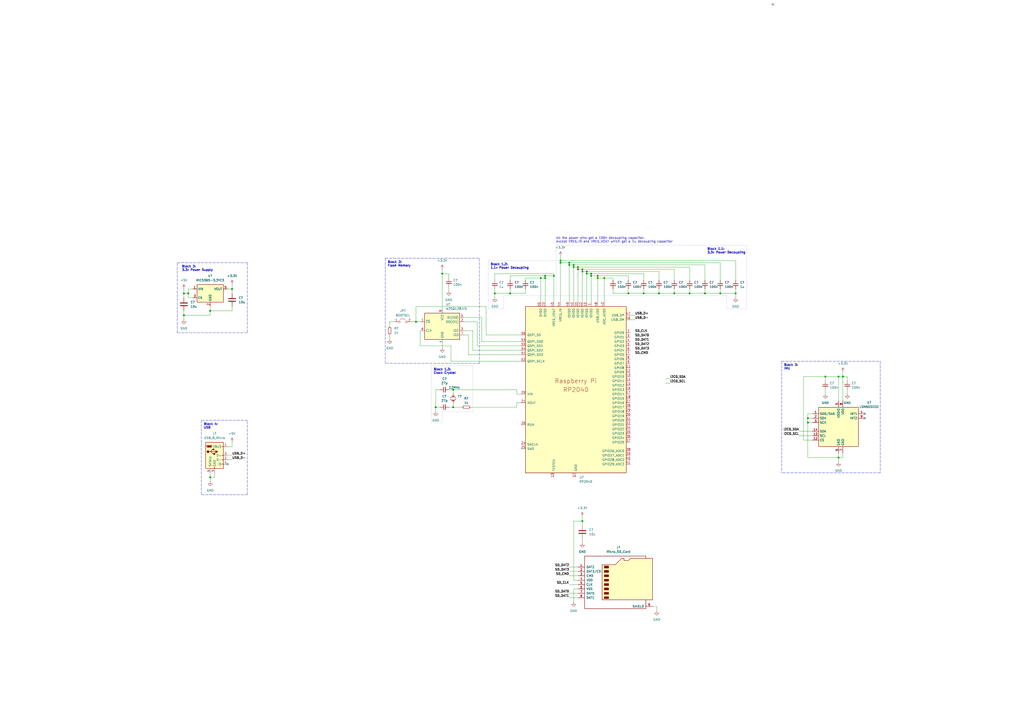
<source format=kicad_sch>
(kicad_sch (version 20211123) (generator eeschema)
  (paper "A2")
  (title_block (title "Ms Baker Prototype") (date "2022-08-14") (rev "3"))
  (lib_symbols
    (symbol "Connector:Micro_SD_Card" (pin_names (offset 1.016))
      (property "Reference" "J" (at -16.51 15.24 0))
      (property "Value" "Micro_SD_Card" (at 16.51 15.24 0))
      (symbol "Micro_SD_Card_0_1"
        (rectangle (start -7.62 -9.525) (end -5.08 -10.795) (fill (type outline)))
        (rectangle (start -7.62 -6.985) (end -5.08 -8.255) (fill (type outline)))
        (rectangle (start -7.62 -4.445) (end -5.08 -5.715) (fill (type outline)))
        (rectangle (start -7.62 -1.905) (end -5.08 -3.175) (fill (type outline)))
        (rectangle (start -7.62 0.635) (end -5.08 -0.635) (fill (type outline)))
        (rectangle (start -7.62 3.175) (end -5.08 1.905) (fill (type outline)))
        (rectangle (start -7.62 5.715) (end -5.08 4.445) (fill (type outline)))
        (rectangle (start -7.62 8.255) (end -5.08 6.985) (fill (type outline)))
        (polyline (pts (xy 16.51 12.7) (xy 16.51 13.97) (xy -19.05 13.97) (xy -19.05 -16.51) (xy 16.51 -16.51) (xy 16.51 -11.43)) (stroke (width 0.254)))
        (polyline (pts (xy -8.89 -11.43) (xy -8.89 8.89) (xy -1.27 8.89) (xy 2.54 12.7) (xy 3.81 12.7) (xy 3.81 11.43) (xy 6.35 11.43) (xy 7.62 12.7) (xy 20.32 12.7) (xy 20.32 -11.43) (xy -8.89 -11.43)) (stroke (width 0.254)) (fill (type background)))
      )
      (symbol "Micro_SD_Card_1_1"
        (pin bidirectional line (at -22.86 7.62 0) (length 3.81) (name "DAT2") (number "1"))
        (pin bidirectional line (at -22.86 5.08 0) (length 3.81) (name "DAT3/CD") (number "2"))
        (pin input line (at -22.86 2.54 0) (length 3.81) (name "CMD") (number "3"))
        (pin power_in line (at -22.86 0 0) (length 3.81) (name "VDD") (number "4"))
        (pin input line (at -22.86 -2.54 0) (length 3.81) (name "CLK") (number "5"))
        (pin power_in line (at -22.86 -5.08 0) (length 3.81) (name "VSS") (number "6"))
        (pin bidirectional line (at -22.86 -7.62 0) (length 3.81) (name "DAT0") (number "7"))
        (pin bidirectional line (at -22.86 -10.16 0) (length 3.81) (name "DAT1") (number "8"))
        (pin passive line (at 20.32 -15.24 180) (length 3.81) (name "SHIELD") (number "9"))
      )
    )
    (symbol "Connector:USB_B_Micro" (pin_names (offset 1.016))
      (property "Reference" "J" (at -5.08 11.43 0))
      (property "Value" "USB_B_Micro" (at -5.08 8.89 0))
      (symbol "USB_B_Micro_0_1"
        (rectangle (start -5.08 -7.62) (end 5.08 7.62) (stroke (width 0.254)) (fill (type background)))
        (circle (center -3.81 2.159) (radius 0.635) (stroke (width 0.254)) (fill (type outline)))
        (circle (center -0.635 3.429) (radius 0.381) (stroke (width 0.254)) (fill (type outline)))
        (rectangle (start -0.127 -7.62) (end 0.127 -6.858))
        (polyline (pts (xy -1.905 2.159) (xy 0.635 2.159)) (stroke (width 0.254)))
        (polyline (pts (xy -3.175 2.159) (xy -2.54 2.159) (xy -1.27 3.429) (xy -0.635 3.429)) (stroke (width 0.254)))
        (polyline (pts (xy -2.54 2.159) (xy -1.905 2.159) (xy -1.27 0.889) (xy 0 0.889)) (stroke (width 0.254)))
        (polyline (pts (xy 0.635 2.794) (xy 0.635 1.524) (xy 1.905 2.159) (xy 0.635 2.794)) (stroke (width 0.254)) (fill (type outline)))
        (polyline (pts (xy -4.318 5.588) (xy -1.778 5.588) (xy -2.032 4.826) (xy -4.064 4.826) (xy -4.318 5.588)) (fill (type outline)))
        (polyline (pts (xy -4.699 5.842) (xy -4.699 5.588) (xy -4.445 4.826) (xy -4.445 4.572) (xy -1.651 4.572) (xy -1.651 4.826) (xy -1.397 5.588) (xy -1.397 5.842) (xy -4.699 5.842)))
        (rectangle (start 0.254 1.27) (end -0.508 0.508) (stroke (width 0.254)) (fill (type outline)))
        (rectangle (start 5.08 -5.207) (end 4.318 -4.953))
        (rectangle (start 5.08 -2.667) (end 4.318 -2.413))
        (rectangle (start 5.08 -0.127) (end 4.318 0.127))
        (rectangle (start 5.08 4.953) (end 4.318 5.207))
      )
      (symbol "USB_B_Micro_1_1"
        (pin power_out line (at 7.62 5.08 180) (length 2.54) (name "VBUS") (number "1"))
        (pin bidirectional line (at 7.62 -2.54 180) (length 2.54) (name "D-") (number "2"))
        (pin bidirectional line (at 7.62 0 180) (length 2.54) (name "D+") (number "3"))
        (pin passive line (at 7.62 -5.08 180) (length 2.54) (name "ID") (number "4"))
        (pin power_out line (at 0 -10.16 90) (length 2.54) (name "GND") (number "5"))
        (pin passive line (at -2.54 -10.16 90) (length 2.54) (name "Shield") (number "6"))
      )
    )
    (symbol "Device:C" (pin_numbers hide) (pin_names (offset 0.254))
      (property "Reference" "C" (at 0.635 2.54 0))
      (property "Value" "C" (at 0.635 -2.54 0))
      (symbol "C_0_1"
        (polyline (pts (xy -2.032 -0.762) (xy 2.032 -0.762)) (stroke (width 0.508)))
        (polyline (pts (xy -2.032 0.762) (xy 2.032 0.762)) (stroke (width 0.508)))
      )
      (symbol "C_1_1"
        (pin passive line (at 0 3.81 270) (length 2.794) (name "~") (number "1"))
        (pin passive line (at 0 -3.81 90) (length 2.794) (name "~") (number "2"))
      )
    )
    (symbol "Device:C_Small" (pin_numbers hide) (pin_names (offset 0.254) hide)
      (property "Reference" "C" (at 0.254 1.778 0))
      (property "Value" "C_Small" (at 0.254 -2.032 0))
      (symbol "C_Small_0_1"
        (polyline (pts (xy -1.524 -0.508) (xy 1.524 -0.508)) (stroke (width 0.3302)))
        (polyline (pts (xy -1.524 0.508) (xy 1.524 0.508)) (stroke (width 0.3048)))
      )
      (symbol "C_Small_1_1"
        (pin passive line (at 0 2.54 270) (length 2.032) (name "~") (number "1"))
        (pin passive line (at 0 -2.54 90) (length 2.032) (name "~") (number "2"))
      )
    )
    (symbol "Device:Crystal_Small" (pin_numbers hide) (pin_names (offset 1.016) hide)
      (property "Reference" "Y" (at 0 2.54 0))
      (property "Value" "Crystal_Small" (at 0 -2.54 0))
      (symbol "Crystal_Small_0_1"
        (rectangle (start -0.762 -1.524) (end 0.762 1.524))
        (polyline (pts (xy -1.27 -0.762) (xy -1.27 0.762)) (stroke (width 0.381)))
        (polyline (pts (xy 1.27 -0.762) (xy 1.27 0.762)) (stroke (width 0.381)))
      )
      (symbol "Crystal_Small_1_1"
        (pin passive line (at -2.54 0 0) (length 1.27) (name "1") (number "1"))
        (pin passive line (at 2.54 0 180) (length 1.27) (name "2") (number "2"))
      )
    )
    (symbol "Device:R_Small" (pin_numbers hide) (pin_names (offset 0.254) hide)
      (property "Reference" "R" (at 0.762 0.508 0))
      (property "Value" "R_Small" (at 0.762 -1.016 0))
      (symbol "R_Small_0_1"
        (rectangle (start -0.762 1.778) (end 0.762 -1.778) (stroke (width 0.2032)))
      )
      (symbol "R_Small_1_1"
        (pin passive line (at 0 2.54 270) (length 0.762) (name "~") (number "1"))
        (pin passive line (at 0 -2.54 90) (length 0.762) (name "~") (number "2"))
      )
    )
    (symbol "Jumper:Jumper_2_Open" (pin_names (offset 0) hide)
      (property "Reference" "JP" (at 0 2.794 0))
      (property "Value" "Jumper_2_Open" (at 0 -2.286 0))
      (symbol "Jumper_2_Open_0_0"
        (circle (center -2.032 0) (radius 0.508))
        (circle (center 2.032 0) (radius 0.508))
      )
      (symbol "Jumper_2_Open_0_1"
        (arc (start 1.524 1.27) (mid 0 1.778) (end -1.524 1.27))
      )
      (symbol "Jumper_2_Open_1_1"
        (pin passive line (at -5.08 0 0) (length 2.54) (name "A") (number "1"))
        (pin passive line (at 5.08 0 180) (length 2.54) (name "B") (number "2"))
      )
    )
    (symbol "Memory_Flash:W25Q128JVS"
      (property "Reference" "U" (at -8.89 8.89 0))
      (property "Value" "W25Q128JVS" (at 7.62 8.89 0))
      (symbol "W25Q128JVS_0_1"
        (rectangle (start -10.16 7.62) (end 10.16 -7.62) (stroke (width 0.254)) (fill (type background)))
      )
      (symbol "W25Q128JVS_1_1"
        (pin input line (at -12.7 2.54 0) (length 2.54) (name "~{CS}") (number "1"))
        (pin bidirectional line (at 12.7 2.54 180) (length 2.54) (name "DO(IO1)") (number "2"))
        (pin bidirectional line (at 12.7 -2.54 180) (length 2.54) (name "IO2") (number "3"))
        (pin power_in line (at 0 -10.16 90) (length 2.54) (name "GND") (number "4"))
        (pin bidirectional line (at 12.7 5.08 180) (length 2.54) (name "DI(IO0)") (number "5"))
        (pin input line (at -12.7 -2.54 0) (length 2.54) (name "CLK") (number "6"))
        (pin bidirectional line (at 12.7 -5.08 180) (length 2.54) (name "IO3") (number "7"))
        (pin power_in line (at 0 10.16 270) (length 2.54) (name "VCC") (number "8"))
      )
    )
    (symbol "Regulator_Linear:MIC5365-3.3YC5"
      (property "Reference" "U" (at -6.35 6.35 0))
      (property "Value" "MIC5365-3.3YC5" (at 0 6.35 0))
      (symbol "MIC5365-3.3YC5_0_1"
        (rectangle (start -7.62 -5.08) (end 7.62 5.08) (stroke (width 0.254)) (fill (type background)))
      )
      (symbol "MIC5365-3.3YC5_1_1"
        (pin power_in line (at -10.16 2.54 0) (length 2.54) (name "VIN") (number "1"))
        (pin power_in line (at 0 -7.62 90) (length 2.54) (name "GND") (number "2"))
        (pin input line (at -10.16 -2.54 0) (length 2.54) (name "EN") (number "3"))
        (pin no_connect line (at 7.62 -2.54 180) (length 2.54) hide (name "NC") (number "4"))
        (pin power_out line (at 10.16 2.54 180) (length 2.54) (name "VOUT") (number "5"))
      )
    )
    (symbol "Sensor_Motion:LSM6DS3"
      (property "Reference" "U" (at -11.43 15.24 0))
      (property "Value" "LSM6DS3" (at -11.43 12.7 0))
      (symbol "LSM6DS3_0_1"
        (rectangle (start 11.43 11.43) (end -11.43 -11.43) (stroke (width 0.254)) (fill (type background)))
      )
      (symbol "LSM6DS3_1_1"
        (pin bidirectional line (at -15.24 7.62 0) (length 3.81) (name "SDO/SA0") (number "1"))
        (pin no_connect line (at 10.16 -5.08 180) (length 3.81) hide (name "NC") (number "10"))
        (pin no_connect line (at 10.16 -2.54 180) (length 3.81) hide (name "NC") (number "11"))
        (pin input line (at -15.24 -7.62 0) (length 3.81) (name "CS") (number "12"))
        (pin input line (at -15.24 -5.08 0) (length 3.81) (name "SCL") (number "13"))
        (pin bidirectional line (at -15.24 -2.54 0) (length 3.81) (name "SDA") (number "14"))
        (pin bidirectional line (at -15.24 5.08 0) (length 3.81) (name "SDX") (number "2"))
        (pin input line (at -15.24 2.54 0) (length 3.81) (name "SCX") (number "3"))
        (pin output line (at 15.24 7.62 180) (length 3.81) (name "INT1") (number "4"))
        (pin power_in line (at 0 15.24 270) (length 3.81) (name "VDDIO") (number "5"))
        (pin power_in line (at 0 -15.24 90) (length 3.81) (name "GND") (number "6"))
        (pin power_in line (at 2.54 -15.24 90) (length 3.81) (name "GND") (number "7"))
        (pin power_in line (at 2.54 15.24 270) (length 3.81) (name "VDD") (number "8"))
        (pin output line (at 15.24 5.08 180) (length 3.81) (name "INT2") (number "9"))
      )
    )
    (symbol "msbaker:RP2040" (pin_names (offset 1.016))
      (property "Reference" "U" (at -29.21 49.53 0))
      (property "Value" "RP2040" (at 24.13 -49.53 0))
      (symbol "RP2040_0_0"
        (text "Raspberry Pi" (at 0 5.08 0) (effects (font (size 2.54 2.54))))
        (text "RP2040" (at 0 0 0) (effects (font (size 2.54 2.54))))
      )
      (symbol "RP2040_0_1"
        (rectangle (start 29.21 48.26) (end -29.21 -48.26) (stroke (width 0.254)) (fill (type background)))
      )
      (symbol "RP2040_1_1"
        (pin power_in line (at 8.89 50.8 270) (length 2.54) (name "IOVDD") (number "1"))
        (pin power_in line (at 6.35 50.8 270) (length 2.54) (name "IOVDD") (number "10"))
        (pin bidirectional line (at 31.75 12.7 180) (length 2.54) (name "GPIO8") (number "11"))
        (pin bidirectional line (at 31.75 10.16 180) (length 2.54) (name "GPIO9") (number "12"))
        (pin bidirectional line (at 31.75 7.62 180) (length 2.54) (name "GPIO10") (number "13"))
        (pin bidirectional line (at 31.75 5.08 180) (length 2.54) (name "GPIO11") (number "14"))
        (pin bidirectional line (at 31.75 2.54 180) (length 2.54) (name "GPIO12") (number "15"))
        (pin bidirectional line (at 31.75 0 180) (length 2.54) (name "GPIO13") (number "16"))
        (pin bidirectional line (at 31.75 -2.54 180) (length 2.54) (name "GPIO14") (number "17"))
        (pin bidirectional line (at 31.75 -5.08 180) (length 2.54) (name "GPIO15") (number "18"))
        (pin passive line (at -12.7 -50.8 90) (length 2.54) (name "TESTEN") (number "19"))
        (pin bidirectional line (at 31.75 33.02 180) (length 2.54) (name "GPIO0") (number "2"))
        (pin input line (at -31.75 -2.54 0) (length 2.54) (name "XIN") (number "20"))
        (pin passive line (at -31.75 -7.62 0) (length 2.54) (name "XOUT") (number "21"))
        (pin power_in line (at 3.81 50.8 270) (length 2.54) (name "IOVDD") (number "22"))
        (pin power_in line (at -17.78 50.8 270) (length 2.54) (name "DVDD") (number "23"))
        (pin output line (at -31.75 -31.75 0) (length 2.54) (name "SWCLK") (number "24"))
        (pin bidirectional line (at -31.75 -34.29 0) (length 2.54) (name "SWD") (number "25"))
        (pin input line (at -31.75 -20.32 0) (length 2.54) (name "RUN") (number "26"))
        (pin bidirectional line (at 31.75 -7.62 180) (length 2.54) (name "GPIO16") (number "27"))
        (pin bidirectional line (at 31.75 -10.16 180) (length 2.54) (name "GPIO17") (number "28"))
        (pin bidirectional line (at 31.75 -12.7 180) (length 2.54) (name "GPIO18") (number "29"))
        (pin bidirectional line (at 31.75 30.48 180) (length 2.54) (name "GPIO1") (number "3"))
        (pin bidirectional line (at 31.75 -15.24 180) (length 2.54) (name "GPIO19") (number "30"))
        (pin bidirectional line (at 31.75 -17.78 180) (length 2.54) (name "GPIO20") (number "31"))
        (pin bidirectional line (at 31.75 -20.32 180) (length 2.54) (name "GPIO21") (number "32"))
        (pin power_in line (at 1.27 50.8 270) (length 2.54) (name "IOVDD") (number "33"))
        (pin bidirectional line (at 31.75 -22.86 180) (length 2.54) (name "GPIO22") (number "34"))
        (pin bidirectional line (at 31.75 -25.4 180) (length 2.54) (name "GPIO23") (number "35"))
        (pin bidirectional line (at 31.75 -27.94 180) (length 2.54) (name "GPIO24") (number "36"))
        (pin bidirectional line (at 31.75 -30.48 180) (length 2.54) (name "GPIO25") (number "37"))
        (pin bidirectional line (at 31.75 -35.56 180) (length 2.54) (name "GPIO26_ADC0") (number "38"))
        (pin bidirectional line (at 31.75 -38.1 180) (length 2.54) (name "GPIO27_ADC1") (number "39"))
        (pin bidirectional line (at 31.75 27.94 180) (length 2.54) (name "GPIO2") (number "4"))
        (pin bidirectional line (at 31.75 -40.64 180) (length 2.54) (name "GPIO28_ADC2") (number "40"))
        (pin bidirectional line (at 31.75 -43.18 180) (length 2.54) (name "GPIO29_ADC3") (number "41"))
        (pin power_in line (at -1.27 50.8 270) (length 2.54) (name "IOVDD") (number "42"))
        (pin power_in line (at 16.51 50.8 270) (length 2.54) (name "ADC_AVDD") (number "43"))
        (pin power_in line (at -8.89 50.8 270) (length 2.54) (name "VREG_IN") (number "44"))
        (pin power_out line (at -12.7 50.8 270) (length 2.54) (name "VREG_VOUT") (number "45"))
        (pin bidirectional line (at 31.75 40.64 180) (length 2.54) (name "USB_DM") (number "46"))
        (pin bidirectional line (at 31.75 43.18 180) (length 2.54) (name "USB_DP") (number "47"))
        (pin power_in line (at 12.7 50.8 270) (length 2.54) (name "USB_VDD") (number "48"))
        (pin power_in line (at -3.81 50.8 270) (length 2.54) (name "IOVDD") (number "49"))
        (pin bidirectional line (at 31.75 25.4 180) (length 2.54) (name "GPIO3") (number "5"))
        (pin power_in line (at -20.32 50.8 270) (length 2.54) (name "DVDD") (number "50"))
        (pin bidirectional line (at -31.75 20.32 0) (length 2.54) (name "QSPI_SD3") (number "51"))
        (pin output line (at -31.75 16.51 0) (length 2.54) (name "QSPI_SCLK") (number "52"))
        (pin bidirectional line (at -31.75 27.94 0) (length 2.54) (name "QSPI_SD0") (number "53"))
        (pin bidirectional line (at -31.75 22.86 0) (length 2.54) (name "QSPI_SD2") (number "54"))
        (pin bidirectional line (at -31.75 25.4 0) (length 2.54) (name "QSPI_SD1") (number "55"))
        (pin bidirectional line (at -31.75 31.75 0) (length 2.54) (name "QSPI_SS") (number "56"))
        (pin power_in line (at 0 -50.8 90) (length 2.54) (name "GND") (number "57"))
        (pin bidirectional line (at 31.75 22.86 180) (length 2.54) (name "GPIO4") (number "6"))
        (pin bidirectional line (at 31.75 20.32 180) (length 2.54) (name "GPIO5") (number "7"))
        (pin bidirectional line (at 31.75 17.78 180) (length 2.54) (name "GPIO6") (number "8"))
        (pin bidirectional line (at 31.75 15.24 180) (length 2.54) (name "GPIO7") (number "9"))
      )
    )
    (symbol "power:+3.3V" (power) (pin_names (offset 0))
      (property "Value" "+3.3V" (at 0 3.556 0))
      (symbol "+3.3V_0_1"
        (polyline (pts (xy -0.762 1.27) (xy 0 2.54)))
        (polyline (pts (xy 0 0) (xy 0 2.54)))
        (polyline (pts (xy 0 2.54) (xy 0.762 1.27)))
      )
      (symbol "+3.3V_1_1"
        (pin power_in line (at 0 0 90) (length 0) hide (name "+3.3V") (number "1"))
      )
    )
    (symbol "power:+5V" (power) (pin_names (offset 0))
      (property "Value" "+5V" (at 0 3.556 0))
      (symbol "+5V_0_1"
        (polyline (pts (xy -0.762 1.27) (xy 0 2.54)))
        (polyline (pts (xy 0 0) (xy 0 2.54)))
        (polyline (pts (xy 0 2.54) (xy 0.762 1.27)))
      )
      (symbol "+5V_1_1"
        (pin power_in line (at 0 0 90) (length 0) hide (name "+5V") (number "1"))
      )
    )
    (symbol "power:GND" (power) (pin_names (offset 0))
      (property "Value" "GND" (at 0 -3.81 0))
      (symbol "GND_0_1"
        (polyline (pts (xy 0 0) (xy 0 -1.27) (xy 1.27 -1.27) (xy 0 -2.54) (xy -1.27 -1.27) (xy 0 -1.27)))
      )
      (symbol "GND_1_1"
        (pin power_in line (at 0 0 270) (length 0) hide (name "GND") (number "1"))
      )
    )
  )
  (junction (at 121.92 276.86))
  (junction (at 486.41 265.43))
  (junction (at 330.2 152.4))
  (junction (at 134.62 167.64))
  (junction (at 316.23 161.29))
  (junction (at 346.71 160.02))
  (junction (at 417.83 170.18))
  (junction (at 382.27 170.18))
  (junction (at 325.12 151.13))
  (junction (at 337.82 157.48))
  (junction (at 241.3 186.69))
  (junction (at 408.94 170.18))
  (junction (at 391.16 170.18))
  (junction (at 109.22 170.18))
  (junction (at 252.73 236.22))
  (junction (at 340.36 158.75))
  (junction (at 287.02 170.18))
  (junction (at 121.92 180.34))
  (junction (at 295.91 170.18))
  (junction (at 478.79 218.44))
  (junction (at 350.52 161.29))
  (junction (at 335.28 156.21))
  (junction (at 325.12 152.4))
  (junction (at 342.9 160.02))
  (junction (at 364.49 170.18))
  (junction (at 256.54 158.75))
  (junction (at 488.95 218.44))
  (junction (at 313.69 161.29))
  (junction (at 330.2 153.67))
  (junction (at 468.63 242.57))
  (junction (at 486.41 218.44))
  (junction (at 316.23 160.02))
  (junction (at 337.82 302.26))
  (junction (at 400.05 170.18))
  (junction (at 373.38 170.18))
  (junction (at 262.89 226.06))
  (junction (at 321.31 160.02))
  (junction (at 346.71 161.29))
  (junction (at 106.68 182.88))
  (junction (at 468.63 245.11))
  (junction (at 340.36 157.48))
  (junction (at 426.72 170.18))
  (junction (at 342.9 158.75))
  (junction (at 332.74 153.67))
  (junction (at 335.28 154.94))
  (junction (at 262.89 236.22))
  (junction (at 332.74 154.94))
  (junction (at 106.68 170.18))
  (junction (at 337.82 156.21))
  (no_connect (at 448.31 2.54))
  (no_connect (at 132.08 269.24))
  (no_connect (at 501.65 240.03))
  (no_connect (at 501.65 242.57))
  (polyline (pts (xy 223.52 210.82) (xy 223.52 149.86)))
  (wire (pts (xy 256.54 158.75) (xy 260.35 158.75)))
  (wire (pts (xy 488.95 215.9) (xy 488.95 218.44)))
  (wire (pts (xy 252.73 236.22) (xy 255.27 236.22)))
  (wire (pts (xy 313.69 175.26) (xy 313.69 161.29)))
  (wire (pts (xy 364.49 167.64) (xy 364.49 170.18)))
  (wire (pts (xy 279.4 198.12) (xy 302.26 198.12)))
  (wire (pts (xy 417.83 152.4) (xy 417.83 162.56)))
  (wire (pts (xy 271.78 194.31) (xy 271.78 205.74)))
  (wire (pts (xy 261.62 209.55) (xy 302.26 209.55)))
  (wire (pts (xy 226.06 186.69) (xy 226.06 189.23)))
  (wire (pts (xy 386.08 219.71) (xy 388.62 219.71)))
  (wire (pts (xy 228.6 186.69) (xy 226.06 186.69)))
  (wire (pts (xy 332.74 153.67) (xy 408.94 153.67)))
  (polyline (pts (xy 453.39 209.55) (xy 510.54 209.55)))
  (wire (pts (xy 335.28 175.26) (xy 335.28 156.21)))
  (wire (pts (xy 340.36 175.26) (xy 340.36 158.75)))
  (wire (pts (xy 106.68 182.88) (xy 106.68 185.42)))
  (wire (pts (xy 316.23 161.29) (xy 316.23 160.02)))
  (polyline (pts (xy 102.87 193.04) (xy 143.51 193.04)))
  (wire (pts (xy 337.82 157.48) (xy 337.82 156.21)))
  (polyline (pts (xy 292.1 179.07) (xy 292.1 171.45)) (stroke (width 0) (type dot)))
  (wire (pts (xy 274.32 191.77) (xy 274.32 203.2)))
  (wire (pts (xy 260.35 158.75) (xy 260.35 161.29)))
  (wire (pts (xy 106.68 170.18) (xy 109.22 170.18)))
  (wire (pts (xy 134.62 165.1) (xy 134.62 167.64)))
  (polyline (pts (xy 433.07 142.24) (xy 322.58 142.24)) (stroke (width 0) (type dot)))
  (wire (pts (xy 373.38 167.64) (xy 373.38 170.18)))
  (wire (pts (xy 111.76 172.72) (xy 109.22 172.72)))
  (wire (pts (xy 269.24 184.15) (xy 279.4 184.15)))
  (wire (pts (xy 299.72 233.68) (xy 302.26 233.68)))
  (wire (pts (xy 488.95 232.41) (xy 488.95 218.44)))
  (polyline (pts (xy 250.19 245.11) (xy 256.54 245.11)) (stroke (width 0) (type dot)))
  (wire (pts (xy 321.31 160.02) (xy 321.31 158.75)))
  (wire (pts (xy 226.06 194.31) (xy 226.06 196.85)))
  (wire (pts (xy 486.41 265.43) (xy 486.41 267.97)))
  (wire (pts (xy 337.82 302.26) (xy 337.82 304.8)))
  (wire (pts (xy 426.72 151.13) (xy 325.12 151.13)))
  (wire (pts (xy 463.55 250.19) (xy 471.17 250.19)))
  (polyline (pts (xy 292.1 171.45) (xy 322.58 171.45)) (stroke (width 0) (type dot)))
  (wire (pts (xy 488.95 218.44) (xy 491.49 218.44)))
  (wire (pts (xy 132.08 266.7) (xy 134.62 266.7)))
  (wire (pts (xy 295.91 160.02) (xy 295.91 162.56)))
  (wire (pts (xy 243.84 200.66) (xy 261.62 200.66)))
  (polyline (pts (xy 283.21 179.07) (xy 292.1 179.07)) (stroke (width 0) (type dot)))
  (wire (pts (xy 332.74 175.26) (xy 332.74 154.94)))
  (wire (pts (xy 109.22 172.72) (xy 109.22 170.18)))
  (wire (pts (xy 335.28 156.21) (xy 335.28 154.94)))
  (wire (pts (xy 124.46 274.32) (xy 124.46 276.86)))
  (wire (pts (xy 256.54 199.39) (xy 256.54 201.93)))
  (wire (pts (xy 295.91 170.18) (xy 287.02 170.18)))
  (wire (pts (xy 276.86 186.69) (xy 276.86 200.66)))
  (wire (pts (xy 299.72 228.6) (xy 302.26 228.6)))
  (wire (pts (xy 132.08 259.08) (xy 134.62 259.08)))
  (wire (pts (xy 321.31 175.26) (xy 321.31 160.02)))
  (wire (pts (xy 355.6 170.18) (xy 364.49 170.18)))
  (wire (pts (xy 342.9 160.02) (xy 342.9 158.75)))
  (wire (pts (xy 316.23 160.02) (xy 295.91 160.02)))
  (polyline (pts (xy 102.87 193.04) (xy 102.87 152.4)))
  (wire (pts (xy 256.54 156.21) (xy 256.54 158.75)))
  (wire (pts (xy 241.3 186.69) (xy 241.3 177.8)))
  (wire (pts (xy 330.2 344.17) (xy 335.28 344.17)))
  (wire (pts (xy 325.12 152.4) (xy 325.12 175.26)))
  (wire (pts (xy 330.2 339.09) (xy 335.28 339.09)))
  (polyline (pts (xy 433.07 179.07) (xy 433.07 142.24)) (stroke (width 0) (type dot)))
  (polyline (pts (xy 278.13 210.82) (xy 223.52 210.82)))
  (wire (pts (xy 260.35 236.22) (xy 262.89 236.22)))
  (wire (pts (xy 373.38 158.75) (xy 373.38 162.56)))
  (wire (pts (xy 335.28 156.21) (xy 337.82 156.21)))
  (wire (pts (xy 381 351.79) (xy 381 354.33)))
  (wire (pts (xy 342.9 175.26) (xy 342.9 160.02)))
  (wire (pts (xy 337.82 157.48) (xy 340.36 157.48)))
  (wire (pts (xy 340.36 158.75) (xy 340.36 157.48)))
  (polyline (pts (xy 256.54 238.76) (xy 274.32 238.76)) (stroke (width 0) (type dot)))
  (wire (pts (xy 269.24 194.31) (xy 271.78 194.31)))
  (polyline (pts (xy 116.84 287.02) (xy 143.51 287.02)))
  (polyline (pts (xy 274.32 238.76) (xy 274.32 212.09)) (stroke (width 0) (type dot)))
  (wire (pts (xy 121.92 274.32) (xy 121.92 276.86)))
  (polyline (pts (xy 223.52 149.86) (xy 278.13 149.86)))
  (wire (pts (xy 491.49 226.06) (xy 491.49 228.6)))
  (wire (pts (xy 346.71 161.29) (xy 346.71 160.02)))
  (wire (pts (xy 330.2 334.01) (xy 335.28 334.01)))
  (wire (pts (xy 269.24 186.69) (xy 276.86 186.69)))
  (wire (pts (xy 121.92 180.34) (xy 121.92 182.88)))
  (wire (pts (xy 109.22 170.18) (xy 109.22 167.64)))
  (wire (pts (xy 252.73 236.22) (xy 252.73 226.06)))
  (wire (pts (xy 121.92 276.86) (xy 121.92 279.4)))
  (wire (pts (xy 382.27 170.18) (xy 391.16 170.18)))
  (wire (pts (xy 321.31 158.75) (xy 287.02 158.75)))
  (wire (pts (xy 332.74 341.63) (xy 332.74 349.25)))
  (wire (pts (xy 350.52 175.26) (xy 350.52 161.29)))
  (wire (pts (xy 106.68 180.34) (xy 106.68 182.88)))
  (wire (pts (xy 468.63 242.57) (xy 468.63 245.11)))
  (polyline (pts (xy 116.84 243.84) (xy 143.51 243.84)))
  (wire (pts (xy 378.46 351.79) (xy 381 351.79)))
  (wire (pts (xy 335.28 154.94) (xy 400.05 154.94)))
  (wire (pts (xy 134.62 259.08) (xy 134.62 256.54)))
  (wire (pts (xy 273.05 236.22) (xy 299.72 236.22)))
  (wire (pts (xy 279.4 184.15) (xy 279.4 198.12)))
  (wire (pts (xy 262.89 236.22) (xy 262.89 233.68)))
  (wire (pts (xy 262.89 236.22) (xy 267.97 236.22)))
  (wire (pts (xy 325.12 148.59) (xy 325.12 151.13)))
  (wire (pts (xy 134.62 180.34) (xy 121.92 180.34)))
  (wire (pts (xy 332.74 302.26) (xy 337.82 302.26)))
  (wire (pts (xy 337.82 299.72) (xy 337.82 302.26)))
  (polyline (pts (xy 322.58 142.24) (xy 322.58 171.45)) (stroke (width 0) (type dot)))
  (wire (pts (xy 426.72 170.18) (xy 426.72 172.72)))
  (polyline (pts (xy 102.87 152.4) (xy 143.51 152.4)))
  (wire (pts (xy 417.83 170.18) (xy 417.83 167.64)))
  (wire (pts (xy 408.94 153.67) (xy 408.94 162.56)))
  (polyline (pts (xy 274.32 212.09) (xy 250.19 212.09)) (stroke (width 0) (type dot)))
  (wire (pts (xy 299.72 236.22) (xy 299.72 233.68)))
  (wire (pts (xy 486.41 218.44) (xy 488.95 218.44)))
  (wire (pts (xy 426.72 162.56) (xy 426.72 151.13)))
  (wire (pts (xy 342.9 160.02) (xy 346.71 160.02)))
  (wire (pts (xy 335.28 341.63) (xy 332.74 341.63)))
  (wire (pts (xy 281.94 177.8) (xy 281.94 194.31)))
  (wire (pts (xy 261.62 200.66) (xy 261.62 209.55)))
  (wire (pts (xy 335.28 336.55) (xy 332.74 336.55)))
  (wire (pts (xy 262.89 226.06) (xy 299.72 226.06)))
  (wire (pts (xy 488.95 262.89) (xy 488.95 265.43)))
  (wire (pts (xy 346.71 175.26) (xy 346.71 161.29)))
  (wire (pts (xy 350.52 161.29) (xy 355.6 161.29)))
  (wire (pts (xy 400.05 167.64) (xy 400.05 170.18)))
  (wire (pts (xy 408.94 170.18) (xy 417.83 170.18)))
  (wire (pts (xy 417.83 170.18) (xy 426.72 170.18)))
  (wire (pts (xy 271.78 205.74) (xy 302.26 205.74)))
  (wire (pts (xy 134.62 177.8) (xy 134.62 180.34)))
  (polyline (pts (xy 143.51 152.4) (xy 143.51 193.04)))
  (wire (pts (xy 295.91 167.64) (xy 295.91 170.18)))
  (wire (pts (xy 337.82 175.26) (xy 337.82 157.48)))
  (wire (pts (xy 340.36 157.48) (xy 382.27 157.48)))
  (wire (pts (xy 121.92 182.88) (xy 106.68 182.88)))
  (wire (pts (xy 106.68 172.72) (xy 106.68 170.18)))
  (wire (pts (xy 287.02 170.18) (xy 287.02 172.72)))
  (wire (pts (xy 109.22 167.64) (xy 111.76 167.64)))
  (wire (pts (xy 463.55 252.73) (xy 471.17 252.73)))
  (wire (pts (xy 241.3 177.8) (xy 281.94 177.8)))
  (wire (pts (xy 471.17 255.27) (xy 466.09 255.27)))
  (wire (pts (xy 269.24 191.77) (xy 274.32 191.77)))
  (polyline (pts (xy 510.54 209.55) (xy 510.54 274.32)))
  (wire (pts (xy 486.41 232.41) (xy 486.41 218.44)))
  (polyline (pts (xy 143.51 287.02) (xy 143.51 243.84)))
  (wire (pts (xy 316.23 160.02) (xy 321.31 160.02)))
  (polyline (pts (xy 116.84 243.84) (xy 116.84 287.02)))
  (wire (pts (xy 466.09 255.27) (xy 466.09 218.44)))
  (wire (pts (xy 332.74 336.55) (xy 332.74 302.26)))
  (wire (pts (xy 304.8 161.29) (xy 304.8 162.56)))
  (wire (pts (xy 330.2 331.47) (xy 335.28 331.47)))
  (wire (pts (xy 355.6 167.64) (xy 355.6 170.18)))
  (wire (pts (xy 325.12 152.4) (xy 330.2 152.4)))
  (wire (pts (xy 106.68 167.64) (xy 106.68 170.18)))
  (polyline (pts (xy 421.64 179.07) (xy 433.07 179.07)) (stroke (width 0) (type dot)))
  (wire (pts (xy 262.89 226.06) (xy 262.89 228.6)))
  (wire (pts (xy 313.69 161.29) (xy 304.8 161.29)))
  (polyline (pts (xy 453.39 209.55) (xy 453.39 274.32)))
  (wire (pts (xy 337.82 156.21) (xy 391.16 156.21)))
  (wire (pts (xy 466.09 218.44) (xy 478.79 218.44)))
  (wire (pts (xy 386.08 222.25) (xy 388.62 222.25)))
  (wire (pts (xy 260.35 166.37) (xy 260.35 168.91)))
  (wire (pts (xy 471.17 240.03) (xy 468.63 240.03)))
  (wire (pts (xy 243.84 191.77) (xy 243.84 200.66)))
  (wire (pts (xy 342.9 158.75) (xy 373.38 158.75)))
  (wire (pts (xy 260.35 226.06) (xy 262.89 226.06)))
  (wire (pts (xy 238.76 186.69) (xy 241.3 186.69)))
  (wire (pts (xy 330.2 153.67) (xy 330.2 152.4)))
  (wire (pts (xy 330.2 152.4) (xy 417.83 152.4)))
  (wire (pts (xy 468.63 240.03) (xy 468.63 242.57)))
  (wire (pts (xy 330.2 346.71) (xy 335.28 346.71)))
  (wire (pts (xy 391.16 167.64) (xy 391.16 170.18)))
  (wire (pts (xy 340.36 158.75) (xy 342.9 158.75)))
  (wire (pts (xy 252.73 238.76) (xy 252.73 236.22)))
  (wire (pts (xy 365.76 185.42) (xy 368.3 185.42)))
  (wire (pts (xy 299.72 226.06) (xy 299.72 228.6)))
  (wire (pts (xy 304.8 167.64) (xy 304.8 170.18)))
  (wire (pts (xy 134.62 167.64) (xy 132.08 167.64)))
  (wire (pts (xy 330.2 153.67) (xy 332.74 153.67)))
  (wire (pts (xy 426.72 170.18) (xy 426.72 167.64)))
  (polyline (pts (xy 278.13 149.86) (xy 278.13 210.82)))
  (wire (pts (xy 287.02 170.18) (xy 287.02 167.64)))
  (wire (pts (xy 346.71 160.02) (xy 364.49 160.02)))
  (wire (pts (xy 382.27 157.48) (xy 382.27 162.56)))
  (wire (pts (xy 382.27 167.64) (xy 382.27 170.18)))
  (wire (pts (xy 486.41 218.44) (xy 478.79 218.44)))
  (wire (pts (xy 332.74 154.94) (xy 332.74 153.67)))
  (wire (pts (xy 488.95 265.43) (xy 486.41 265.43)))
  (wire (pts (xy 468.63 245.11) (xy 471.17 245.11)))
  (wire (pts (xy 468.63 265.43) (xy 486.41 265.43)))
  (wire (pts (xy 478.79 226.06) (xy 478.79 228.6)))
  (wire (pts (xy 364.49 170.18) (xy 373.38 170.18)))
  (polyline (pts (xy 510.54 274.32) (xy 453.39 274.32)))
  (wire (pts (xy 281.94 194.31) (xy 302.26 194.31)))
  (wire (pts (xy 132.08 264.16) (xy 134.62 264.16)))
  (wire (pts (xy 332.74 154.94) (xy 335.28 154.94)))
  (polyline (pts (xy 322.58 151.13) (xy 283.21 151.13)) (stroke (width 0) (type dot)))
  (polyline (pts (xy 283.21 151.13) (xy 283.21 179.07)) (stroke (width 0) (type dot)))
  (wire (pts (xy 304.8 170.18) (xy 295.91 170.18)))
  (wire (pts (xy 391.16 156.21) (xy 391.16 162.56)))
  (wire (pts (xy 330.2 328.93) (xy 335.28 328.93)))
  (wire (pts (xy 256.54 179.07) (xy 256.54 158.75)))
  (wire (pts (xy 121.92 177.8) (xy 121.92 180.34)))
  (wire (pts (xy 134.62 167.64) (xy 134.62 170.18)))
  (wire (pts (xy 316.23 175.26) (xy 316.23 161.29)))
  (wire (pts (xy 408.94 167.64) (xy 408.94 170.18)))
  (wire (pts (xy 325.12 151.13) (xy 325.12 152.4)))
  (polyline (pts (xy 256.54 245.11) (xy 256.54 238.76)) (stroke (width 0) (type dot)))
  (wire (pts (xy 400.05 170.18) (xy 408.94 170.18)))
  (wire (pts (xy 400.05 154.94) (xy 400.05 162.56)))
  (wire (pts (xy 274.32 203.2) (xy 302.26 203.2)))
  (wire (pts (xy 330.2 175.26) (xy 330.2 153.67)))
  (polyline (pts (xy 421.64 171.45) (xy 421.64 179.07)) (stroke (width 0) (type dot)))
  (wire (pts (xy 373.38 170.18) (xy 382.27 170.18)))
  (wire (pts (xy 276.86 200.66) (xy 302.26 200.66)))
  (wire (pts (xy 313.69 161.29) (xy 316.23 161.29)))
  (wire (pts (xy 365.76 182.88) (xy 368.3 182.88)))
  (wire (pts (xy 346.71 161.29) (xy 350.52 161.29)))
  (wire (pts (xy 391.16 170.18) (xy 400.05 170.18)))
  (wire (pts (xy 337.82 312.42) (xy 337.82 314.96)))
  (wire (pts (xy 364.49 160.02) (xy 364.49 162.56)))
  (wire (pts (xy 241.3 186.69) (xy 243.84 186.69)))
  (wire (pts (xy 124.46 276.86) (xy 121.92 276.86)))
  (polyline (pts (xy 250.19 212.09) (xy 250.19 245.11)) (stroke (width 0) (type dot)))
  (wire (pts (xy 486.41 262.89) (xy 486.41 265.43)))
  (wire (pts (xy 478.79 218.44) (xy 478.79 220.98)))
  (wire (pts (xy 287.02 158.75) (xy 287.02 162.56)))
  (wire (pts (xy 355.6 161.29) (xy 355.6 162.56)))
  (wire (pts (xy 491.49 218.44) (xy 491.49 220.98)))
  (wire (pts (xy 252.73 226.06) (xy 255.27 226.06)))
  (wire (pts (xy 468.63 242.57) (xy 471.17 242.57)))
  (polyline (pts (xy 322.58 171.45) (xy 421.64 171.45)) (stroke (width 0) (type dot)))
  (wire (pts (xy 468.63 245.11) (xy 468.63 265.43)))
  (text "Block 3:\nIMU" (at 454.66 214.63 0) (effects (font (size 1.27 1.27) bold) (justify left bottom)))
  (text "Block 3:\n3.3v Power Supply" (at 105.41 157.48 0) (effects (font (size 1.27 1.27) bold) (justify left bottom)))
  (text "Block 4:\nUSB" (at 118.11 248.92 0) (effects (font (size 1.27 1.27) bold) (justify left bottom)))
  (text "Block 1.3:\nClock Crystal" (at 251.46 217.17 0) (effects (font (size 1.27 1.27) bold) (justify left bottom)))
  (text "Block 1.2:\n1.1v Power Decoupling" (at 284.48 156.21 0) (effects (font (size 1.27 1.27) bold) (justify left bottom)))
  (text "Block 1.1:\n3.3v Power Decoupling" (at 410.21 147.32 0) (effects (font (size 1.27 1.27) (thickness 0.254) bold) (justify left bottom)))
  (text "All the power pins get a 100n decoupling capacitor,\nexcept VREG_IN and VREG_VOUT which get a 1u decoupling capacitor" (at 322.58 140.97 0) (effects (font (size 1.27 1.27)) (justify left bottom)))
  (text "Block 2:\nFlash Memory" (at 224.79 154.94 0) (effects (font (size 1.27 1.27) bold) (justify left bottom)))
  (label "I2C0_SCL" (at 463.55 252.73 180) (effects (font bold)))
  (label "USB_D+" (at 368.3 182.88 0) (effects (font bold)))
  (label "SD_CMD" (at 330.2 334.01 180) (effects (font bold)))
  (label "SD_DAT1" (at 330.2 346.71 180) (effects (font bold)))
  (label "I2C0_SDA" (at 463.55 250.19 180) (effects (font bold)))
  (label "SD_DAT2" (at 330.2 328.93 180) (effects (font bold)))
  (label "SD_DAT2" (at 368.3 200.66 0) (effects (font bold)))
  (label "USB_D-" (at 134.62 266.7 0) (effects (font bold)))
  (label "SD_CLK" (at 368.3 193.04 0) (effects (font bold)))
  (label "I2C0_SCL" (at 388.62 222.25 0) (effects (font bold)))
  (label "SD_CMD" (at 368.3 205.74 0) (effects (font bold)))
  (label "SD_DAT3" (at 368.3 203.2 0) (effects (font bold)))
  (label "SD_DAT0" (at 330.2 344.17 180) (effects (font bold)))
  (label "USB_D-" (at 368.3 185.42 0) (effects (font bold)))
  (label "SD_DAT1" (at 368.3 198.12 0) (effects (font bold)))
  (label "USB_D+" (at 134.62 264.16 0) (effects (font bold)))
  (label "I2C0_SDA" (at 388.62 219.71 0) (effects (font bold)))
  (label "SD_DAT3" (at 330.2 331.47 180) (effects (font bold)))
  (label "SD_CLK" (at 330.2 339.09 180) (effects (font bold)))
  (label "SD_DAT0" (at 368.3 195.58 0) (effects (font bold)))
  (symbol (lib_id "Memory_Flash:W25Q128JVS") (at 256.54 189.23 0) (unit 1)
    (property "Reference" "U?" (at 258.5594 176.53 0) (effects (justify left)))
    (property "Value" "W25Q128JVS" (at 258.5594 179.07 0) (effects (justify left)))
    (property "Footprint" "Package_SO:SOIC-8_5.23x5.23mm_P1.27mm" (effects hide))
    (property "Datasheet" "http://www.winbond.com/resource-files/w25q128jv_dtr%20revc%2003272018%20plus.pdf" (effects hide))
  )
  (symbol (lib_id "Device:C") (at 337.82 308.61 0) (unit 1)
    (property "Reference" "C?" (at 341.63 307.3399 0) (effects (justify left)))
    (property "Value" "10u" (at 341.63 309.8799 0) (effects (justify left)))
  )
  (symbol (lib_id "power:GND") (at 478.79 228.6 0) (unit 1)
    (property "Reference" "#PWR?" (effects hide))
    (property "Value" "GND" (at 478.79 233.68 0))
  )
  (symbol (lib_id "power:GND") (at 491.49 228.6 0) (unit 1)
    (property "Reference" "#PWR?" (effects hide))
    (property "Value" "GND" (at 491.49 233.68 0))
  )
  (symbol (lib_id "Connector:Micro_SD_Card") (at 358.14 336.55 0) (unit 1)
    (property "Reference" "J?" (at 358.775 317.5 0))
    (property "Value" "Micro_SD_Card" (at 358.775 320.04 0))
    (property "Datasheet" "http://katalog.we-online.de/em/datasheet/693072010801.pdf" (effects hide))
  )
  (symbol (lib_id "Device:C_Small") (at 373.38 165.1 0) (unit 1)
    (property "Reference" "C?" (at 375.92 163.8362 0) (effects (justify left)))
    (property "Value" "100n" (at 375.92 166.3762 0) (effects (justify left)))
  )
  (symbol (lib_id "power:+5V") (at 106.68 167.64 0) (unit 1)
    (property "Reference" "#PWR?" (effects hide))
    (property "Value" "+5V" (at 106.68 162.56 0))
  )
  (symbol (lib_id "Device:C_Small") (at 304.8 165.1 0) (unit 1)
    (property "Reference" "C?" (at 307.34 163.8362 0) (effects (justify left)))
    (property "Value" "100n" (at 307.34 166.3762 0) (effects (justify left)))
  )
  (symbol (lib_id "Regulator_Linear:MIC5365-3.3YC5") (at 121.92 170.18 0) (unit 1)
    (property "Reference" "U?" (at 121.92 160.02 0))
    (property "Value" "MIC5365-3.3YC5" (at 121.92 162.56 0))
    (property "Footprint" "Package_TO_SOT_SMD:SOT-353_SC-70-5" (effects hide))
    (property "Datasheet" "http://ww1.microchip.com/downloads/en/DeviceDoc/mic5365.pdf" (effects hide))
  )
  (symbol (lib_id "Device:C_Small") (at 355.6 165.1 0) (unit 1)
    (property "Reference" "C?" (at 358.14 163.8362 0) (effects (justify left)))
    (property "Value" "100n" (at 358.14 166.3762 0) (effects (justify left)))
  )
  (symbol (lib_id "Device:C_Small") (at 391.16 165.1 0) (unit 1)
    (property "Reference" "C?" (at 393.7 163.8362 0) (effects (justify left)))
    (property "Value" "100n" (at 393.7 166.3762 0) (effects (justify left)))
  )
  (symbol (lib_id "Device:C_Small") (at 478.79 223.52 0) (unit 1)
    (property "Reference" "C?" (at 481.33 222.2562 0) (effects (justify left)))
    (property "Value" "100n" (at 481.33 224.7962 0) (effects (justify left)))
  )
  (symbol (lib_id "Device:C_Small") (at 257.81 226.06 90) (unit 1)
    (property "Reference" "C?" (at 257.8163 219.71 90))
    (property "Value" "27p" (at 257.8163 222.25 90))
  )
  (symbol (lib_id "power:GND") (at 332.74 349.25 0) (unit 1)
    (property "Reference" "#PWR?" (effects hide))
    (property "Value" "GND" (at 332.74 354.33 0))
  )
  (symbol (lib_id "power:GND") (at 260.35 168.91 0) (unit 1)
    (property "Reference" "#PWR?" (effects hide))
    (property "Value" "GND" (at 260.35 173.99 0))
  )
  (symbol (lib_id "power:GND") (at 252.73 238.76 0) (unit 1)
    (property "Reference" "#PWR?" (effects hide))
    (property "Value" "GND" (at 252.73 243.84 0))
  )
  (symbol (lib_id "Connector:USB_B_Micro") (at 124.46 264.16 0) (unit 1)
    (property "Reference" "J?" (at 124.46 251.46 0))
    (property "Value" "USB_B_Micro" (at 124.46 254 0))
  )
  (symbol (lib_id "power:GND") (at 486.41 267.97 0) (unit 1)
    (property "Reference" "#PWR?" (effects hide))
    (property "Value" "GND" (at 486.41 273.05 0))
  )
  (symbol (lib_id "power:+3.3V") (at 256.54 156.21 0) (unit 1)
    (property "Reference" "#PWR?" (effects hide))
    (property "Value" "+3.3V" (at 256.54 151.13 0))
  )
  (symbol (lib_id "Device:C_Small") (at 426.72 165.1 0) (unit 1)
    (property "Reference" "C?" (at 429.26 163.8362 0) (effects (justify left)))
    (property "Value" "1u" (at 429.26 166.3762 0) (effects (justify left)))
  )
  (symbol (lib_id "power:GND") (at 381 354.33 0) (unit 1)
    (property "Reference" "#PWR?" (effects hide))
    (property "Value" "GND" (at 381 359.41 0))
  )
  (symbol (lib_id "Device:C_Small") (at 364.49 165.1 0) (unit 1)
    (property "Reference" "C?" (at 367.03 163.8362 0) (effects (justify left)))
    (property "Value" "100n" (at 367.03 166.3762 0) (effects (justify left)))
  )
  (symbol (lib_id "Device:C_Small") (at 257.81 236.22 90) (unit 1)
    (property "Reference" "C?" (at 257.8163 229.87 90))
    (property "Value" "27p" (at 257.8163 232.41 90))
  )
  (symbol (lib_id "Device:C_Small") (at 382.27 165.1 0) (unit 1)
    (property "Reference" "C?" (at 384.81 163.8362 0) (effects (justify left)))
    (property "Value" "100n" (at 384.81 166.3762 0) (effects (justify left)))
  )
  (symbol (lib_id "Device:C_Small") (at 417.83 165.1 0) (unit 1)
    (property "Reference" "C?" (at 420.37 163.8362 0) (effects (justify left)))
    (property "Value" "100n" (at 420.37 166.3762 0) (effects (justify left)))
  )
  (symbol (lib_id "power:GND") (at 287.02 172.72 0) (unit 1)
    (property "Reference" "#PWR?" (effects hide))
    (property "Value" "GND" (at 287.02 177.8 0))
  )
  (symbol (lib_id "Device:C") (at 134.62 173.99 0) (unit 1)
    (property "Reference" "C?" (at 138.43 172.7199 0) (effects (justify left)))
    (property "Value" "10u" (at 138.43 175.2599 0) (effects (justify left)))
  )
  (symbol (lib_id "Jumper:Jumper_2_Open") (at 233.68 186.69 0) (unit 1)
    (property "Reference" "JP?" (at 233.68 180.34 0))
    (property "Value" "BOOTSEL" (at 233.68 182.88 0))
  )
  (symbol (lib_id "power:+5V") (at 134.62 256.54 0) (unit 1)
    (property "Reference" "#PWR?" (effects hide))
    (property "Value" "+5V" (at 134.62 251.46 0))
  )
  (symbol (lib_id "Sensor_Motion:LSM6DS3") (at 486.41 247.65 0) (unit 1)
    (property "Reference" "U?" (at 504.19 233.4512 0))
    (property "Value" "LSM6DSO32" (at 504.19 235.9912 0))
    (property "Footprint" "Package_LGA:LGA-14_3x2.5mm_P0.5mm_LayoutBorder3x4y" (effects hide))
    (property "Datasheet" "www.st.com/resource/en/datasheet/lsm6ds3.pdf" (effects hide))
    (property "Note" "Derived from LSM6DS3 footprint, identical pinout" (effects hide))
  )
  (symbol (lib_id "Device:C_Small") (at 287.02 165.1 0) (unit 1)
    (property "Reference" "C?" (at 289.56 163.8362 0) (effects (justify left)))
    (property "Value" "1u" (at 289.56 166.3762 0) (effects (justify left)))
  )
  (symbol (lib_id "Device:C_Small") (at 491.49 223.52 0) (unit 1)
    (property "Reference" "C?" (at 494.03 222.2562 0) (effects (justify left)))
    (property "Value" "100n" (at 494.03 224.7962 0) (effects (justify left)))
  )
  (symbol (lib_id "Device:C_Small") (at 260.35 163.83 0) (unit 1)
    (property "Reference" "C?" (at 262.89 162.5662 0) (effects (justify left)))
    (property "Value" "100n" (at 262.89 165.1062 0) (effects (justify left)))
  )
  (symbol (lib_id "power:GND") (at 337.82 314.96 0) (unit 1)
    (property "Reference" "#PWR?" (effects hide))
    (property "Value" "GND" (at 337.82 320.04 0))
  )
  (symbol (lib_id "msbaker:RP2040") (at 334.01 226.06 0) (unit 1)
    (property "Reference" "U?" (at 336.0294 276.86 0) (effects (justify left)))
    (property "Value" "RP2040" (at 336.0294 279.4 0) (effects (justify left)))
    (property "Footprint" "RP2040_minimal:RP2040-QFN-56" (effects hide))
  )
  (symbol (lib_id "power:+3.3V") (at 134.62 165.1 0) (unit 1)
    (property "Reference" "#PWR?" (effects hide))
    (property "Value" "+3.3V" (at 134.62 160.02 0))
  )
  (symbol (lib_id "power:GND") (at 256.54 201.93 0) (unit 1)
    (property "Reference" "#PWR?" (effects hide))
    (property "Value" "GND" (at 256.54 207.01 0))
  )
  (symbol (lib_id "Device:C_Small") (at 295.91 165.1 0) (unit 1)
    (property "Reference" "C?" (at 298.45 163.8362 0) (effects (justify left)))
    (property "Value" "100n" (at 298.45 166.3762 0) (effects (justify left)))
  )
  (symbol (lib_id "power:+3.3V") (at 488.95 215.9 0) (unit 1)
    (property "Reference" "#PWR?" (effects hide))
    (property "Value" "+3.3V" (at 488.95 210.82 0))
  )
  (symbol (lib_id "power:GND") (at 106.68 185.42 0) (unit 1)
    (property "Reference" "#PWR?" (effects hide))
    (property "Value" "GND" (at 106.68 190.5 0))
  )
  (symbol (lib_id "Device:R_Small") (at 270.51 236.22 90) (unit 1)
    (property "Reference" "R?" (at 270.51 231.14 90))
    (property "Value" "1k" (at 270.51 233.68 90))
  )
  (symbol (lib_id "Device:C") (at 106.68 176.53 0) (unit 1)
    (property "Reference" "C?" (at 110.49 175.2599 0) (effects (justify left)))
    (property "Value" "10u" (at 110.49 177.7999 0) (effects (justify left)))
  )
  (symbol (lib_id "Device:R_Small") (at 226.06 191.77 0) (unit 1)
    (property "Reference" "R?" (at 228.6 190.4999 0) (effects (justify left)))
    (property "Value" "1k" (at 228.6 193.0399 0) (effects (justify left)))
  )
  (symbol (lib_id "power:+3.3V") (at 325.12 148.59 0) (unit 1)
    (property "Reference" "#PWR?" (effects hide))
    (property "Value" "+3.3V" (at 325.12 143.51 0))
  )
  (symbol (lib_id "Device:C_Small") (at 400.05 165.1 0) (unit 1)
    (property "Reference" "C?" (at 402.59 163.8362 0) (effects (justify left)))
    (property "Value" "100n" (at 402.59 166.3762 0) (effects (justify left)))
  )
  (symbol (lib_id "power:GND") (at 426.72 172.72 0) (unit 1)
    (property "Reference" "#PWR?" (effects hide))
    (property "Value" "GND" (at 426.72 177.8 0))
  )
  (symbol (lib_id "Device:C_Small") (at 408.94 165.1 0) (unit 1)
    (property "Reference" "C?" (at 411.48 163.8362 0) (effects (justify left)))
    (property "Value" "100n" (at 411.48 166.3762 0) (effects (justify left)))
  )
  (symbol (lib_id "Device:Crystal_Small") (at 262.89 231.14 90) (unit 1)
    (property "Reference" "Y?" (at 265.43 229.8699 90) (effects (justify right)))
    (property "Value" "12MHz" (at 260.35 224.79 90) (effects (justify right)))
    (property "MPN" "ABLS-12.000MHZ-B4-T " (effects hide))
  )
  (symbol (lib_id "power:+3.3V") (at 337.82 299.72 0) (unit 1)
    (property "Reference" "#PWR?" (effects hide))
    (property "Value" "+3.3V" (at 337.82 294.64 0))
  )
  (symbol (lib_id "power:GND") (at 121.92 279.4 0) (unit 1)
    (property "Reference" "#PWR?" (effects hide))
    (property "Value" "GND" (at 121.92 284.48 0))
  )
  (symbol (lib_id "power:GND") (at 226.06 196.85 0) (unit 1)
    (property "Reference" "#PWR?" (effects hide))
    (property "Value" "GND" (at 226.06 201.93 0))
  )
)
</source>
